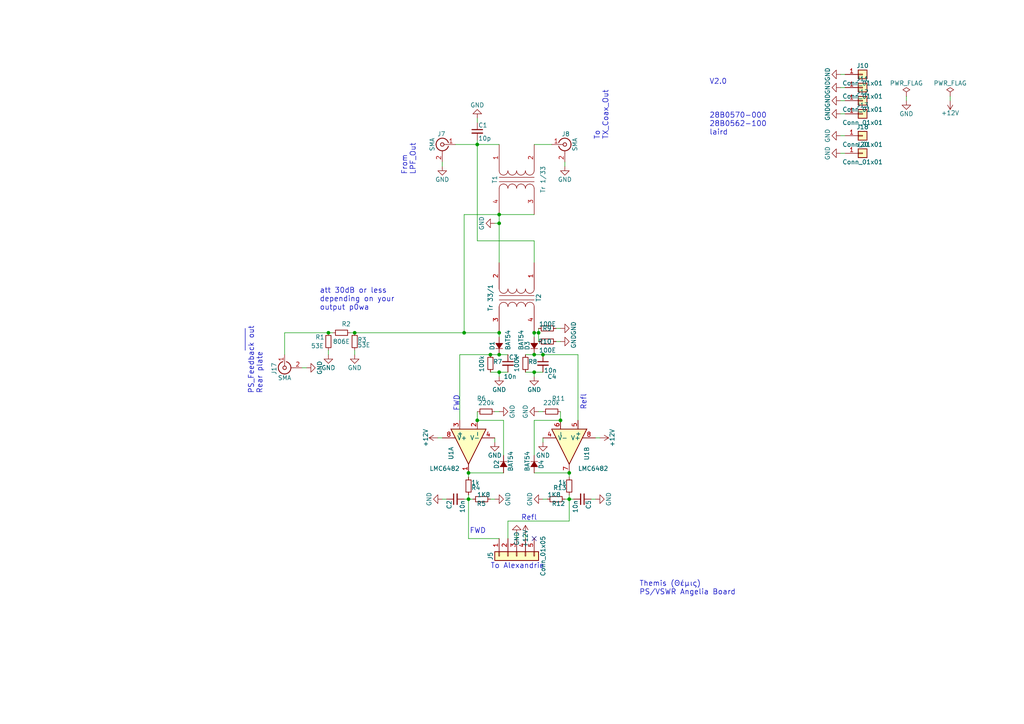
<source format=kicad_sch>
(kicad_sch (version 20230121) (generator eeschema)
  (paper "A4")
  (lib_symbols
    (symbol "Themis-rescue:+12V" (power) (pin_names (offset 0))
      (property "Value" "+12V" (at 0 3.556 0))
      (symbol "+12V_0_1"
        (polyline (pts (xy -0.762 1.27) (xy 0 2.54)))
        (polyline (pts (xy 0 0) (xy 0 2.54)))
        (polyline (pts (xy 0 2.54) (xy 0.762 1.27)))
      )
      (symbol "+12V_1_1"
        (pin power_in line (at 0 0 90) (length 0) hide (name "+12V") (number "1"))
      )
    )
    (symbol "Themis-rescue:C_Small" (pin_numbers hide) (pin_names (offset 0.254) hide)
      (property "Reference" "C" (at 0.254 1.778 0))
      (property "Value" "C_Small" (at 0.254 -2.032 0))
      (symbol "C_Small_0_1"
        (polyline (pts (xy -1.524 -0.508) (xy 1.524 -0.508)) (stroke (width 0.3302)))
        (polyline (pts (xy -1.524 0.508) (xy 1.524 0.508)) (stroke (width 0.3048)))
      )
      (symbol "C_Small_1_1"
        (pin passive line (at 0 2.54 270) (length 2.032) (name "~") (number "1"))
        (pin passive line (at 0 -2.54 90) (length 2.032) (name "~") (number "2"))
      )
    )
    (symbol "Themis-rescue:Conn_01x01" (pin_names (offset 1.016) hide)
      (property "Reference" "J" (at 0 2.54 0))
      (property "Value" "Conn_01x01" (at 0 -2.54 0))
      (symbol "Conn_01x01_1_1"
        (rectangle (start -1.27 0.127) (end 0 -0.127) (stroke (width 0.1524)))
        (rectangle (start -1.27 1.27) (end 1.27 -1.27) (stroke (width 0.254)) (fill (type background)))
        (pin passive line (at -5.08 0 0) (length 3.81) (name "Pin_1") (number "1"))
      )
    )
    (symbol "Themis-rescue:Conn_01x05" (pin_names (offset 1.016) hide)
      (property "Reference" "J" (at 0 7.62 0))
      (property "Value" "Conn_01x05" (at 0 -7.62 0))
      (symbol "Conn_01x05_1_1"
        (rectangle (start -1.27 -4.953) (end 0 -5.207) (stroke (width 0.1524)))
        (rectangle (start -1.27 -2.413) (end 0 -2.667) (stroke (width 0.1524)))
        (rectangle (start -1.27 0.127) (end 0 -0.127) (stroke (width 0.1524)))
        (rectangle (start -1.27 2.667) (end 0 2.413) (stroke (width 0.1524)))
        (rectangle (start -1.27 5.207) (end 0 4.953) (stroke (width 0.1524)))
        (rectangle (start -1.27 6.35) (end 1.27 -6.35) (stroke (width 0.254)) (fill (type background)))
        (pin passive line (at -5.08 5.08 0) (length 3.81) (name "Pin_1") (number "1"))
        (pin passive line (at -5.08 2.54 0) (length 3.81) (name "Pin_2") (number "2"))
        (pin passive line (at -5.08 0 0) (length 3.81) (name "Pin_3") (number "3"))
        (pin passive line (at -5.08 -2.54 0) (length 3.81) (name "Pin_4") (number "4"))
        (pin passive line (at -5.08 -5.08 0) (length 3.81) (name "Pin_5") (number "5"))
      )
    )
    (symbol "Themis-rescue:Conn_Coaxial" (pin_names (offset 1.016) hide)
      (property "Reference" "J" (at 0.254 3.048 0))
      (property "Value" "Conn_Coaxial" (at 2.921 0 90))
      (symbol "Conn_Coaxial_0_1"
        (arc (start -1.778 -0.508) (mid 0.2311 -1.8066) (end 1.778 0) (stroke (width 0.254)))
        (polyline (pts (xy -1.27 0) (xy -0.508 0)))
        (polyline (pts (xy 0 -2.54) (xy 0 -1.778)))
        (circle (center 0 0) (radius 0.508) (stroke (width 0.2032)))
        (arc (start 1.778 0) (mid 0.2099 1.8101) (end -1.778 0.508) (stroke (width 0.254)))
      )
      (symbol "Conn_Coaxial_1_1"
        (pin passive line (at -3.81 0 0) (length 2.54) (name "In") (number "1"))
        (pin passive line (at 0 -5.08 90) (length 2.54) (name "Ext") (number "2"))
      )
    )
    (symbol "Themis-rescue:D_Small_ALT" (pin_numbers hide) (pin_names (offset 0.254) hide)
      (property "Reference" "D" (at -1.27 2.032 0))
      (property "Value" "D_Small_ALT" (at -3.81 -2.032 0))
      (symbol "D_Small_ALT_0_1"
        (polyline (pts (xy -0.762 -1.016) (xy -0.762 1.016)))
        (polyline (pts (xy -0.762 0) (xy 0.762 0)))
        (polyline (pts (xy 0.762 -1.016) (xy -0.762 0) (xy 0.762 1.016) (xy 0.762 -1.016)) (fill (type outline)))
      )
      (symbol "D_Small_ALT_1_1"
        (pin passive line (at -2.54 0 0) (length 1.778) (name "K") (number "1"))
        (pin passive line (at 2.54 0 180) (length 1.778) (name "A") (number "2"))
      )
    )
    (symbol "Themis-rescue:GND" (power) (pin_numbers hide) (pin_names (offset 0) hide)
      (property "Value" "GND" (at 0 -3.81 0))
      (symbol "GND_0_1"
        (polyline (pts (xy 0 0) (xy 0 -1.27) (xy 1.27 -1.27) (xy 0 -2.54) (xy -1.27 -1.27) (xy 0 -1.27)))
      )
      (symbol "GND_1_1"
        (pin power_in line (at 0 0 270) (length 0) hide (name "GND") (number "1"))
      )
    )
    (symbol "Themis-rescue:LMC6482"
      (property "Reference" "U" (at 0 5.08 0))
      (property "Value" "LMC6482" (at 0 -5.08 0))
      (symbol "LMC6482_0_1"
        (polyline (pts (xy -5.08 5.08) (xy 5.08 0) (xy -5.08 -5.08) (xy -5.08 5.08)) (stroke (width 0.254)) (fill (type background)))
        (pin power_in line (at -2.54 -7.62 90) (length 3.81) (name "V-") (number "4"))
        (pin power_in line (at -2.54 7.62 270) (length 3.81) (name "V+") (number "8"))
      )
      (symbol "LMC6482_1_1"
        (pin output line (at 7.62 0 180) (length 2.54) (name "~") (number "1"))
        (pin input line (at -7.62 -2.54 0) (length 2.54) (name "-") (number "2"))
        (pin input line (at -7.62 2.54 0) (length 2.54) (name "+") (number "3"))
      )
      (symbol "LMC6482_2_1"
        (pin input line (at -7.62 2.54 0) (length 2.54) (name "+") (number "5"))
        (pin input line (at -7.62 -2.54 0) (length 2.54) (name "-") (number "6"))
        (pin output line (at 7.62 0 180) (length 2.54) (name "~") (number "7"))
      )
    )
    (symbol "Themis-rescue:PWR_FLAG" (power) (pin_numbers hide) (pin_names (offset 0) hide)
      (property "Value" "PWR_FLAG" (at 0 3.81 0))
      (symbol "PWR_FLAG_0_0"
        (pin power_out line (at 0 0 90) (length 0) (name "pwr") (number "1"))
      )
      (symbol "PWR_FLAG_0_1"
        (polyline (pts (xy 0 0) (xy 0 1.27) (xy -1.016 1.905) (xy 0 2.54) (xy 1.016 1.905) (xy 0 1.27)))
      )
    )
    (symbol "Themis-rescue:R_Small" (pin_numbers hide) (pin_names (offset 0.254) hide)
      (property "Reference" "R" (at 0.762 0.508 0))
      (property "Value" "R_Small" (at 0.762 -1.016 0))
      (symbol "R_Small_0_1"
        (rectangle (start -0.762 1.778) (end 0.762 -1.778) (stroke (width 0.2032)))
      )
      (symbol "R_Small_1_1"
        (pin passive line (at 0 2.54 270) (length 0.762) (name "~") (number "1"))
        (pin passive line (at 0 -2.54 90) (length 0.762) (name "~") (number "2"))
      )
    )
    (symbol "Themis-rescue:Transformer_1P_1S" (pin_names (offset 1.016) hide)
      (property "Reference" "T" (at 0 6.35 0))
      (property "Value" "Transformer_1P_1S" (at 0 -7.62 0))
      (symbol "Transformer_1P_1S_0_1"
        (arc (start -2.54 -5.0546) (mid -1.6599 -4.6901) (end -1.27 -3.81))
        (arc (start -2.54 -2.5146) (mid -1.6599 -2.1501) (end -1.27 -1.27))
        (arc (start -2.54 0.0254) (mid -1.6599 0.3899) (end -1.27 1.27))
        (arc (start -2.54 2.5654) (mid -1.6599 2.9299) (end -1.27 3.81))
        (arc (start -1.27 -3.81) (mid -1.642 -2.912) (end -2.54 -2.54))
        (arc (start -1.27 -1.27) (mid -1.642 -0.372) (end -2.54 0))
        (arc (start -1.27 1.27) (mid -1.642 2.168) (end -2.54 2.54))
        (arc (start -1.27 3.81) (mid -1.642 4.708) (end -2.54 5.08))
        (polyline (pts (xy -0.635 5.08) (xy -0.635 -5.08)))
        (polyline (pts (xy 0.635 -5.08) (xy 0.635 5.08)))
        (arc (start 1.2954 -1.27) (mid 1.6599 -2.1501) (end 2.54 -2.5146))
        (arc (start 1.2954 1.27) (mid 1.6599 0.3899) (end 2.54 0.0254))
        (arc (start 1.2954 3.81) (mid 1.6599 2.9299) (end 2.54 2.5654))
        (arc (start 1.3208 -3.81) (mid 1.6853 -4.6901) (end 2.5654 -5.0546))
        (arc (start 2.54 0) (mid 1.642 -0.372) (end 1.2954 -1.27))
        (arc (start 2.54 2.54) (mid 1.642 2.168) (end 1.2954 1.27))
        (arc (start 2.54 5.08) (mid 1.642 4.708) (end 1.2954 3.81))
        (arc (start 2.5654 -2.54) (mid 1.6674 -2.912) (end 1.3208 -3.81))
      )
      (symbol "Transformer_1P_1S_1_1"
        (pin passive line (at -10.16 5.08 0) (length 7.62) (name "AA") (number "1"))
        (pin passive line (at -10.16 -5.08 0) (length 7.62) (name "AB") (number "2"))
        (pin passive line (at 10.16 -5.08 180) (length 7.62) (name "SA") (number "3"))
        (pin passive line (at 10.16 5.08 180) (length 7.62) (name "SB") (number "4"))
      )
    )
  )
  (junction (at 165.1 144.78))
  (junction (at 165.1 137.16))
  (junction (at 144.78 102.87))
  (junction (at 154.94 102.87))
  (junction (at 138.43 41.91))
  (junction (at 154.94 96.52))
  (junction (at 157.48 102.87))
  (junction (at 102.87 96.52))
  (junction (at 144.78 64.77))
  (junction (at 156.21 96.52))
  (junction (at 135.89 144.78))
  (junction (at 134.62 96.52))
  (junction (at 144.78 107.95))
  (junction (at 162.56 121.92))
  (junction (at 144.78 62.23))
  (junction (at 144.78 96.52))
  (junction (at 138.43 121.92))
  (junction (at 135.89 137.16))
  (junction (at 154.94 107.95))
  (junction (at 95.25 96.52))
  (junction (at 142.24 102.87))
  (no_connect (at 154.94 156.21))
  (wire (pts (xy 142.24 102.87) (xy 144.78 102.87)))
  (wire (pts (xy 275.59 27.94) (xy 275.59 29.21)))
  (wire (pts (xy 144.78 62.23) (xy 154.94 62.23)))
  (wire (pts (xy 102.87 101.6) (xy 102.87 102.87)))
  (wire (pts (xy 144.78 109.22) (xy 144.78 107.95)))
  (wire (pts (xy 157.48 102.87) (xy 167.64 102.87)))
  (wire (pts (xy 162.56 121.92) (xy 162.56 119.38)))
  (wire (pts (xy 167.64 102.87) (xy 167.64 121.92)))
  (wire (pts (xy 157.48 127) (xy 157.48 128.27)))
  (wire (pts (xy 154.94 41.91) (xy 160.02 41.91)))
  (wire (pts (xy 143.51 119.38) (xy 144.78 119.38)))
  (wire (pts (xy 102.87 96.52) (xy 134.62 96.52)))
  (wire (pts (xy 161.29 99.06) (xy 162.56 99.06)))
  (wire (pts (xy 154.94 97.79) (xy 154.94 96.52)))
  (wire (pts (xy 161.29 95.25) (xy 162.56 95.25)))
  (wire (pts (xy 165.1 144.78) (xy 166.37 144.78)))
  (polyline (pts (xy 71.12 101.6) (xy 71.12 95.25)))
  (wire (pts (xy 245.11 25.4) (xy 243.84 25.4)))
  (wire (pts (xy 156.21 95.25) (xy 156.21 96.52)))
  (wire (pts (xy 149.86 154.94) (xy 149.86 156.21)))
  (wire (pts (xy 138.43 41.91) (xy 144.78 41.91)))
  (wire (pts (xy 165.1 143.51) (xy 165.1 144.78)))
  (wire (pts (xy 158.75 144.78) (xy 157.48 144.78)))
  (wire (pts (xy 142.24 107.95) (xy 144.78 107.95)))
  (wire (pts (xy 245.11 39.37) (xy 243.84 39.37)))
  (wire (pts (xy 143.51 127) (xy 143.51 128.27)))
  (wire (pts (xy 138.43 41.91) (xy 138.43 69.85)))
  (wire (pts (xy 154.94 102.87) (xy 157.48 102.87)))
  (wire (pts (xy 152.4 154.94) (xy 152.4 156.21)))
  (wire (pts (xy 163.83 144.78) (xy 165.1 144.78)))
  (wire (pts (xy 138.43 69.85) (xy 154.94 69.85)))
  (wire (pts (xy 135.89 144.78) (xy 137.16 144.78)))
  (wire (pts (xy 82.55 96.52) (xy 82.55 102.87)))
  (wire (pts (xy 165.1 137.16) (xy 165.1 138.43)))
  (wire (pts (xy 154.94 132.08) (xy 154.94 121.92)))
  (wire (pts (xy 135.89 137.16) (xy 135.89 138.43)))
  (wire (pts (xy 95.25 101.6) (xy 95.25 102.87)))
  (wire (pts (xy 135.89 144.78) (xy 135.89 156.21)))
  (wire (pts (xy 262.89 27.94) (xy 262.89 29.21)))
  (wire (pts (xy 152.4 107.95) (xy 154.94 107.95)))
  (wire (pts (xy 154.94 96.52) (xy 156.21 96.52)))
  (wire (pts (xy 245.11 21.59) (xy 243.84 21.59)))
  (wire (pts (xy 245.11 29.21) (xy 243.84 29.21)))
  (wire (pts (xy 133.35 102.87) (xy 142.24 102.87)))
  (wire (pts (xy 152.4 102.87) (xy 154.94 102.87)))
  (wire (pts (xy 142.24 144.78) (xy 143.51 144.78)))
  (wire (pts (xy 163.83 46.99) (xy 163.83 48.26)))
  (wire (pts (xy 134.62 96.52) (xy 144.78 96.52)))
  (wire (pts (xy 156.21 96.52) (xy 156.21 99.06)))
  (wire (pts (xy 154.94 109.22) (xy 154.94 107.95)))
  (wire (pts (xy 154.94 107.95) (xy 157.48 107.95)))
  (wire (pts (xy 129.54 144.78) (xy 128.27 144.78)))
  (wire (pts (xy 144.78 107.95) (xy 147.32 107.95)))
  (wire (pts (xy 165.1 137.16) (xy 154.94 137.16)))
  (wire (pts (xy 134.62 62.23) (xy 134.62 96.52)))
  (wire (pts (xy 144.78 96.52) (xy 144.78 97.79)))
  (wire (pts (xy 101.6 96.52) (xy 102.87 96.52)))
  (wire (pts (xy 135.89 156.21) (xy 144.78 156.21)))
  (wire (pts (xy 154.94 121.92) (xy 162.56 121.92)))
  (wire (pts (xy 146.05 132.08) (xy 146.05 121.92)))
  (wire (pts (xy 147.32 156.21) (xy 147.32 151.13)))
  (wire (pts (xy 135.89 137.16) (xy 146.05 137.16)))
  (wire (pts (xy 144.78 102.87) (xy 147.32 102.87)))
  (wire (pts (xy 132.08 41.91) (xy 138.43 41.91)))
  (wire (pts (xy 144.78 62.23) (xy 144.78 64.77)))
  (wire (pts (xy 147.32 151.13) (xy 165.1 151.13)))
  (wire (pts (xy 157.48 119.38) (xy 156.21 119.38)))
  (wire (pts (xy 138.43 34.29) (xy 138.43 35.56)))
  (wire (pts (xy 165.1 144.78) (xy 165.1 151.13)))
  (wire (pts (xy 144.78 64.77) (xy 143.51 64.77)))
  (wire (pts (xy 138.43 40.64) (xy 138.43 41.91)))
  (wire (pts (xy 87.63 106.68) (xy 88.9 106.68)))
  (wire (pts (xy 154.94 69.85) (xy 154.94 76.2)))
  (wire (pts (xy 95.25 96.52) (xy 96.52 96.52)))
  (wire (pts (xy 171.45 144.78) (xy 172.72 144.78)))
  (wire (pts (xy 135.89 143.51) (xy 135.89 144.78)))
  (wire (pts (xy 133.35 102.87) (xy 133.35 121.92)))
  (wire (pts (xy 144.78 64.77) (xy 144.78 76.2)))
  (wire (pts (xy 127 127) (xy 128.27 127)))
  (wire (pts (xy 82.55 96.52) (xy 95.25 96.52)))
  (wire (pts (xy 146.05 121.92) (xy 138.43 121.92)))
  (wire (pts (xy 134.62 144.78) (xy 135.89 144.78)))
  (wire (pts (xy 138.43 121.92) (xy 138.43 119.38)))
  (wire (pts (xy 245.11 33.02) (xy 243.84 33.02)))
  (wire (pts (xy 128.27 46.99) (xy 128.27 48.26)))
  (wire (pts (xy 173.99 127) (xy 172.72 127)))
  (wire (pts (xy 245.11 44.45) (xy 243.84 44.45)))
  (wire (pts (xy 134.62 62.23) (xy 144.78 62.23)))
  (text "Refl\n" (at 151.13 151.13 0) (effects (font (size 1.524 1.524)) (justify left bottom)))
  (text "PS_Feedback out\nRear plate" (at 76.2 114.3 90) (effects (font (size 1.524 1.524)) (justify left bottom)))
  (text "From \nLPF_Out" (at 120.65 50.8 90) (effects (font (size 1.524 1.524)) (justify left bottom)))
  (text "Refl\n" (at 170.18 114.3 90) (effects (font (size 1.524 1.524)) (justify right bottom)))
  (text "FWD\n" (at 133.35 119.38 90) (effects (font (size 1.524 1.524)) (justify left bottom)))
  (text "To \nTX_Coax_Out" (at 176.53 40.64 90) (effects (font (size 1.524 1.524)) (justify left bottom)))
  (text "FWD\n" (at 140.97 154.94 0) (effects (font (size 1.524 1.524)) (justify right bottom)))
  (text "To Alexandrie " (at 142.24 165.1 0) (effects (font (size 1.524 1.524)) (justify left bottom)))
  (text "Themis (Θέμις)\nPS/VSWR Angelia Board" (at 185.42 172.72 0) (effects (font (size 1.524 1.524)) (justify left bottom)))
  (text "att 30dB or less\ndepending on your \noutput p0wa\n" (at 92.71 90.17 0) (effects (font (size 1.524 1.524)) (justify left bottom)))
  (text "V2.0\n\n\n\n28B0570-000\n28B0562-100\nlaird" (at 205.74 39.37 0) (effects (font (size 1.524 1.524)) (justify left bottom)))
  (symbol (lib_id "Themis-rescue:Transformer_1P_1S") (at 149.86 52.07 90) (mirror x) (unit 1)
    (property "Reference" "T1" (at 143.51 52.07 0))
    (property "Value" "Tr 1/33" (at 157.48 52.07 0))
    (property "Footprint" "T50:TR_T50_V_smd" (effects hide))
  )
  (symbol (lib_id "Themis-rescue:Transformer_1P_1S") (at 149.86 86.36 270) (unit 1)
    (property "Reference" "T2" (at 156.21 86.36 0))
    (property "Value" "Tr 33/1" (at 142.24 86.36 0))
    (property "Footprint" "T50:TR_T50_H_SMD" (effects hide))
  )
  (symbol (lib_id "Themis-rescue:GND") (at 143.51 64.77 270) (unit 1)
    (property "Reference" "#PWR01" (effects hide))
    (property "Value" "GND" (at 139.7 64.77 0))
  )
  (symbol (lib_id "Themis-rescue:GND") (at 262.89 29.21 0) (unit 1)
    (property "Reference" "#PWR02" (effects hide))
    (property "Value" "GND" (at 262.89 33.02 0))
  )
  (symbol (lib_id "Themis-rescue:PWR_FLAG") (at 275.59 27.94 0) (unit 1)
    (property "Reference" "#FLG03" (effects hide))
    (property "Value" "PWR_FLAG" (at 275.59 24.13 0))
  )
  (symbol (lib_id "Themis-rescue:+12V") (at 275.59 29.21 180) (unit 1)
    (property "Reference" "#PWR04" (effects hide))
    (property "Value" "+12V" (at 275.59 32.766 0))
  )
  (symbol (lib_id "Themis-rescue:R_Small") (at 95.25 99.06 0) (unit 1)
    (property "Reference" "R1" (at 91.44 97.79 0) (effects (justify left)))
    (property "Value" "53E" (at 90.17 100.33 0) (effects (justify left)))
    (property "Footprint" "Resistors_SMD:R_0805_HandSoldering" (effects hide))
  )
  (symbol (lib_id "Themis-rescue:R_Small") (at 102.87 99.06 0) (unit 1)
    (property "Reference" "R3" (at 103.632 98.552 0) (effects (justify left)))
    (property "Value" "53E" (at 103.632 100.076 0) (effects (justify left)))
    (property "Footprint" "Resistors_SMD:R_0805_HandSoldering" (effects hide))
  )
  (symbol (lib_id "Themis-rescue:R_Small") (at 99.06 96.52 270) (unit 1)
    (property "Reference" "R2" (at 99.06 93.98 90) (effects (justify left)))
    (property "Value" "806E" (at 96.52 99.06 90) (effects (justify left)))
    (property "Footprint" "Resistors_SMD:R_0805_HandSoldering" (effects hide))
  )
  (symbol (lib_id "Themis-rescue:GND") (at 143.51 128.27 0) (mirror y) (unit 1)
    (property "Reference" "#PWR05" (effects hide))
    (property "Value" "GND" (at 143.51 132.08 0))
  )
  (symbol (lib_id "Themis-rescue:GND") (at 102.87 102.87 0) (unit 1)
    (property "Reference" "#PWR06" (effects hide))
    (property "Value" "GND" (at 102.87 106.68 0))
  )
  (symbol (lib_id "Themis-rescue:GND") (at 95.25 102.87 0) (unit 1)
    (property "Reference" "#PWR07" (effects hide))
    (property "Value" "GND" (at 95.25 106.68 0))
  )
  (symbol (lib_id "Themis-rescue:R_Small") (at 158.75 99.06 90) (unit 1)
    (property "Reference" "R10" (at 160.02 99.06 90) (effects (justify left)))
    (property "Value" "100E" (at 161.29 101.6 90) (effects (justify left)))
    (property "Footprint" "Resistors_SMD:R_0805_HandSoldering" (effects hide))
  )
  (symbol (lib_id "Themis-rescue:R_Small") (at 158.75 95.25 90) (unit 1)
    (property "Reference" "R9" (at 160.02 95.25 90) (effects (justify left)))
    (property "Value" "100E" (at 161.29 93.98 90) (effects (justify left)))
    (property "Footprint" "Resistors_SMD:R_0805_HandSoldering" (effects hide))
  )
  (symbol (lib_id "Themis-rescue:GND") (at 162.56 95.25 90) (unit 1)
    (property "Reference" "#PWR08" (effects hide))
    (property "Value" "GND" (at 166.37 95.25 0))
  )
  (symbol (lib_id "Themis-rescue:GND") (at 162.56 99.06 90) (unit 1)
    (property "Reference" "#PWR09" (effects hide))
    (property "Value" "GND" (at 166.37 99.06 0))
  )
  (symbol (lib_id "Themis-rescue:D_Small_ALT") (at 144.78 100.33 90) (unit 1)
    (property "Reference" "D1" (at 142.748 101.6 0) (effects (justify left)))
    (property "Value" "BAT54" (at 147.32 101.6 0) (effects (justify left)))
    (property "Footprint" "Diodes_SMD:D_SOT-23_ANK" (effects hide))
  )
  (symbol (lib_id "Themis-rescue:D_Small_ALT") (at 154.94 100.33 90) (unit 1)
    (property "Reference" "D3" (at 152.908 101.6 0) (effects (justify left)))
    (property "Value" "BAT54" (at 151.13 101.6 0) (effects (justify left)))
    (property "Footprint" "Diodes_SMD:D_SOT-23_ANK" (effects hide))
  )
  (symbol (lib_id "Themis-rescue:GND") (at 144.78 109.22 0) (unit 1)
    (property "Reference" "#PWR010" (effects hide))
    (property "Value" "GND" (at 144.78 113.03 0))
  )
  (symbol (lib_id "Themis-rescue:R_Small") (at 142.24 105.41 0) (unit 1)
    (property "Reference" "R7" (at 143.002 104.902 0) (effects (justify left)))
    (property "Value" "100k" (at 139.7 107.95 90) (effects (justify left)))
    (property "Footprint" "Resistors_SMD:R_0805_HandSoldering" (effects hide))
  )
  (symbol (lib_id "Themis-rescue:C_Small") (at 147.32 105.41 0) (unit 1)
    (property "Reference" "C3" (at 147.574 103.632 0) (effects (justify left)))
    (property "Value" "10n" (at 146.05 109.22 0) (effects (justify left)))
    (property "Footprint" "Capacitors_SMD:C_0805_HandSoldering" (effects hide))
  )
  (symbol (lib_id "Themis-rescue:GND") (at 154.94 109.22 0) (unit 1)
    (property "Reference" "#PWR011" (effects hide))
    (property "Value" "GND" (at 154.94 113.03 0))
  )
  (symbol (lib_id "Themis-rescue:R_Small") (at 152.4 105.41 0) (unit 1)
    (property "Reference" "R8" (at 153.162 104.902 0) (effects (justify left)))
    (property "Value" "100k" (at 149.86 107.95 90) (effects (justify left)))
    (property "Footprint" "Resistors_SMD:R_0805_HandSoldering" (effects hide))
  )
  (symbol (lib_id "Themis-rescue:C_Small") (at 157.48 105.41 0) (unit 1)
    (property "Reference" "C4" (at 158.75 109.22 0) (effects (justify left)))
    (property "Value" "10n" (at 157.734 107.442 0) (effects (justify left)))
    (property "Footprint" "Capacitors_SMD:C_0805_HandSoldering" (effects hide))
  )
  (symbol (lib_id "Themis-rescue:LMC6482") (at 165.1 129.54 270) (unit 2)
    (property "Reference" "U1" (at 170.18 129.54 0) (effects (justify left)))
    (property "Value" "LMC6482" (at 167.64 135.89 90) (effects (justify left)))
    (property "Footprint" "Package_SO:SOIC-8_3.9x4.9mm_P1.27mm" (effects hide))
  )
  (symbol (lib_id "Themis-rescue:D_Small_ALT") (at 154.94 134.62 270) (unit 1)
    (property "Reference" "D4" (at 156.972 133.35 0) (effects (justify left)))
    (property "Value" "BAT54" (at 152.908 130.81 0) (effects (justify left)))
    (property "Footprint" "Diodes_SMD:D_SOT-23_ANK" (effects hide))
  )
  (symbol (lib_id "Themis-rescue:R_Small") (at 160.02 119.38 270) (unit 1)
    (property "Reference" "R11" (at 160.02 115.57 90) (effects (justify left)))
    (property "Value" "220k" (at 157.48 116.84 90) (effects (justify left)))
    (property "Footprint" "Resistors_SMD:R_0805_HandSoldering" (effects hide))
  )
  (symbol (lib_id "Themis-rescue:GND") (at 156.21 119.38 270) (unit 1)
    (property "Reference" "#PWR012" (effects hide))
    (property "Value" "GND" (at 152.4 119.38 0))
  )
  (symbol (lib_id "Themis-rescue:R_Small") (at 161.29 144.78 270) (unit 1)
    (property "Reference" "R12" (at 160.02 146.05 90) (effects (justify left)))
    (property "Value" "1K8" (at 158.75 143.51 90) (effects (justify left)))
    (property "Footprint" "Resistors_SMD:R_0805_HandSoldering" (effects hide))
  )
  (symbol (lib_id "Themis-rescue:GND") (at 157.48 144.78 270) (unit 1)
    (property "Reference" "#PWR013" (effects hide))
    (property "Value" "GND" (at 153.67 144.78 0))
  )
  (symbol (lib_id "Themis-rescue:R_Small") (at 165.1 140.97 180) (unit 1)
    (property "Reference" "R13" (at 164.338 141.478 0) (effects (justify left)))
    (property "Value" "1k" (at 164.338 139.954 0) (effects (justify left)))
    (property "Footprint" "Resistors_SMD:R_0805_HandSoldering" (effects hide))
  )
  (symbol (lib_id "Themis-rescue:C_Small") (at 168.91 144.78 270) (unit 1)
    (property "Reference" "C5" (at 170.688 145.034 0) (effects (justify left)))
    (property "Value" "10n" (at 166.878 145.034 0) (effects (justify left)))
    (property "Footprint" "Capacitors_SMD:C_0805_HandSoldering" (effects hide))
  )
  (symbol (lib_id "Themis-rescue:LMC6482") (at 135.89 129.54 90) (mirror x) (unit 1)
    (property "Reference" "U1" (at 130.81 129.54 0) (effects (justify left)))
    (property "Value" "LMC6482" (at 133.35 135.89 90) (effects (justify left)))
    (property "Footprint" "Package_SO:SOIC-8_3.9x4.9mm_P1.27mm" (effects hide))
  )
  (symbol (lib_id "Themis-rescue:D_Small_ALT") (at 146.05 134.62 90) (mirror x) (unit 1)
    (property "Reference" "D2" (at 144.018 133.35 0) (effects (justify left)))
    (property "Value" "BAT54" (at 148.082 130.81 0) (effects (justify left)))
    (property "Footprint" "Diodes_SMD:D_SOT-23_ANK" (effects hide))
  )
  (symbol (lib_id "Themis-rescue:R_Small") (at 140.97 119.38 90) (mirror x) (unit 1)
    (property "Reference" "R6" (at 140.97 115.57 90) (effects (justify left)))
    (property "Value" "220k" (at 143.51 116.84 90) (effects (justify left)))
    (property "Footprint" "Resistors_SMD:R_0805_HandSoldering" (effects hide))
  )
  (symbol (lib_id "Themis-rescue:GND") (at 144.78 119.38 90) (mirror x) (unit 1)
    (property "Reference" "#PWR014" (effects hide))
    (property "Value" "GND" (at 148.59 119.38 0))
  )
  (symbol (lib_id "Themis-rescue:R_Small") (at 139.7 144.78 90) (mirror x) (unit 1)
    (property "Reference" "R5" (at 140.97 146.05 90) (effects (justify left)))
    (property "Value" "1K8" (at 142.24 143.51 90) (effects (justify left)))
    (property "Footprint" "Resistors_SMD:R_0805_HandSoldering" (effects hide))
  )
  (symbol (lib_id "Themis-rescue:GND") (at 143.51 144.78 90) (mirror x) (unit 1)
    (property "Reference" "#PWR015" (effects hide))
    (property "Value" "GND" (at 147.32 144.78 0))
  )
  (symbol (lib_id "Themis-rescue:R_Small") (at 135.89 140.97 0) (mirror x) (unit 1)
    (property "Reference" "R4" (at 136.652 141.478 0) (effects (justify left)))
    (property "Value" "1k" (at 136.652 139.954 0) (effects (justify left)))
    (property "Footprint" "Resistors_SMD:R_0805_HandSoldering" (effects hide))
  )
  (symbol (lib_id "Themis-rescue:C_Small") (at 132.08 144.78 90) (mirror x) (unit 1)
    (property "Reference" "C2" (at 130.302 145.034 0) (effects (justify left)))
    (property "Value" "10n" (at 134.112 145.034 0) (effects (justify left)))
    (property "Footprint" "Capacitors_SMD:C_0805_HandSoldering" (effects hide))
  )
  (symbol (lib_id "Themis-rescue:GND") (at 157.48 128.27 0) (mirror y) (unit 1)
    (property "Reference" "#PWR016" (effects hide))
    (property "Value" "GND" (at 157.48 132.08 0))
  )
  (symbol (lib_id "Themis-rescue:+12V") (at 173.99 127 270) (unit 1)
    (property "Reference" "#PWR017" (effects hide))
    (property "Value" "+12V" (at 177.546 127 0))
  )
  (symbol (lib_id "Themis-rescue:+12V") (at 127 127 90) (unit 1)
    (property "Reference" "#PWR018" (effects hide))
    (property "Value" "+12V" (at 123.444 127 0))
  )
  (symbol (lib_id "Themis-rescue:Conn_01x05") (at 149.86 161.29 90) (mirror x) (unit 1)
    (property "Reference" "J5" (at 142.24 161.29 0))
    (property "Value" "Conn_01x05" (at 157.48 161.29 0))
    (property "Footprint" "Connectors_Molex:Molex_KK-6410-05_05x2.54mm_Straight" (effects hide))
  )
  (symbol (lib_id "Themis-rescue:+12V") (at 152.4 154.94 0) (unit 1)
    (property "Reference" "#PWR019" (effects hide))
    (property "Value" "+12V" (at 152.4 156.21 90))
  )
  (symbol (lib_id "Themis-rescue:GND") (at 149.86 154.94 180) (unit 1)
    (property "Reference" "#PWR020" (effects hide))
    (property "Value" "GND" (at 149.86 156.21 90))
  )
  (symbol (lib_id "Themis-rescue:GND") (at 163.83 48.26 0) (mirror y) (unit 1)
    (property "Reference" "#PWR021" (effects hide))
    (property "Value" "GND" (at 163.83 52.07 0))
  )
  (symbol (lib_id "Themis-rescue:C_Small") (at 138.43 38.1 0) (unit 1)
    (property "Reference" "C1" (at 138.684 36.322 0) (effects (justify left)))
    (property "Value" "10p" (at 138.684 40.132 0) (effects (justify left)))
    (property "Footprint" "ATC_B:ATC_500_HandSoldering" (effects hide))
  )
  (symbol (lib_id "Themis-rescue:GND") (at 138.43 34.29 0) (mirror x) (unit 1)
    (property "Reference" "#PWR022" (effects hide))
    (property "Value" "GND" (at 138.43 30.48 0))
  )
  (symbol (lib_id "Themis-rescue:GND") (at 172.72 144.78 90) (unit 1)
    (property "Reference" "#PWR023" (effects hide))
    (property "Value" "GND" (at 176.53 144.78 0))
  )
  (symbol (lib_id "Themis-rescue:GND") (at 128.27 144.78 270) (unit 1)
    (property "Reference" "#PWR024" (effects hide))
    (property "Value" "GND" (at 124.46 144.78 0))
  )
  (symbol (lib_id "Themis-rescue:PWR_FLAG") (at 262.89 27.94 0) (unit 1)
    (property "Reference" "#FLG025" (effects hide))
    (property "Value" "PWR_FLAG" (at 262.89 24.13 0))
  )
  (symbol (lib_id "Themis-rescue:Conn_Coaxial") (at 163.83 41.91 0) (unit 1)
    (property "Reference" "J8" (at 164.084 38.862 0))
    (property "Value" "SMA" (at 166.751 41.91 90))
    (property "Footprint" "SMA_PINS:SMA_PINS" (effects hide))
  )
  (symbol (lib_id "Themis-rescue:GND") (at 128.27 48.26 0) (unit 1)
    (property "Reference" "#PWR026" (effects hide))
    (property "Value" "GND" (at 128.27 52.07 0))
  )
  (symbol (lib_id "Themis-rescue:Conn_Coaxial") (at 128.27 41.91 0) (mirror y) (unit 1)
    (property "Reference" "J7" (at 128.016 38.862 0))
    (property "Value" "SMA" (at 125.349 41.91 90))
    (property "Footprint" "SMA_PINS:SMA_PINS" (effects hide))
  )
  (symbol (lib_id "Themis-rescue:Conn_01x01") (at 250.19 33.02 0) (unit 1)
    (property "Reference" "J13" (at 250.19 30.48 0))
    (property "Value" "Conn_01x01" (at 250.19 35.56 0))
    (property "Footprint" "MountingHole:MountingHole_3.2mm_M3_DIN965_Pad" (effects hide))
  )
  (symbol (lib_id "Themis-rescue:GND") (at 243.84 33.02 270) (mirror x) (unit 1)
    (property "Reference" "#PWR027" (effects hide))
    (property "Value" "GND" (at 240.03 33.02 0))
  )
  (symbol (lib_id "Themis-rescue:Conn_01x01") (at 250.19 29.21 0) (unit 1)
    (property "Reference" "J12" (at 250.19 26.67 0))
    (property "Value" "Conn_01x01" (at 250.19 31.75 0))
    (property "Footprint" "MountingHole:MountingHole_3.2mm_M3_DIN965_Pad" (effects hide))
  )
  (symbol (lib_id "Themis-rescue:GND") (at 243.84 29.21 270) (mirror x) (unit 1)
    (property "Reference" "#PWR028" (effects hide))
    (property "Value" "GND" (at 240.03 29.21 0))
  )
  (symbol (lib_id "Themis-rescue:Conn_01x01") (at 250.19 25.4 0) (unit 1)
    (property "Reference" "J11" (at 250.19 22.86 0))
    (property "Value" "Conn_01x01" (at 250.19 27.94 0))
    (property "Footprint" "MountingHole:MountingHole_3.2mm_M3_DIN965_Pad" (effects hide))
  )
  (symbol (lib_id "Themis-rescue:GND") (at 243.84 25.4 270) (mirror x) (unit 1)
    (property "Reference" "#PWR029" (effects hide))
    (property "Value" "GND" (at 240.03 25.4 0))
  )
  (symbol (lib_id "Themis-rescue:Conn_01x01") (at 250.19 21.59 0) (unit 1)
    (property "Reference" "J10" (at 250.19 19.05 0))
    (property "Value" "Conn_01x01" (at 250.19 24.13 0))
    (property "Footprint" "MountingHole:MountingHole_3.2mm_M3_DIN965_Pad" (effects hide))
  )
  (symbol (lib_id "Themis-rescue:GND") (at 243.84 21.59 270) (mirror x) (unit 1)
    (property "Reference" "#PWR030" (effects hide))
    (property "Value" "GND" (at 240.03 21.59 0))
  )
  (symbol (lib_id "Themis-rescue:GND") (at 88.9 106.68 90) (unit 1)
    (property "Reference" "#PWR031" (effects hide))
    (property "Value" "GND" (at 92.71 106.68 0))
  )
  (symbol (lib_id "Themis-rescue:Conn_Coaxial") (at 82.55 106.68 90) (mirror x) (unit 1)
    (property "Reference" "J17" (at 79.502 106.934 0))
    (property "Value" "SMA" (at 82.55 109.601 90))
    (property "Footprint" "SMA_PINS:SMA_PINS" (effects hide))
  )
  (symbol (lib_id "Themis-rescue:Conn_01x01") (at 250.19 44.45 0) (unit 1)
    (property "Reference" "J20" (at 250.19 41.91 0))
    (property "Value" "Conn_01x01" (at 250.19 46.99 0))
    (property "Footprint" "MountingHole:MountingHole_3.2mm_M3_DIN965_Pad" (effects hide))
  )
  (symbol (lib_id "Themis-rescue:GND") (at 243.84 44.45 270) (mirror x) (unit 1)
    (property "Reference" "#PWR032" (effects hide))
    (property "Value" "GND" (at 240.03 44.45 0))
  )
  (symbol (lib_id "Themis-rescue:Conn_01x01") (at 250.19 39.37 0) (unit 1)
    (property "Reference" "J18" (at 250.19 36.83 0))
    (property "Value" "Conn_01x01" (at 250.19 41.91 0))
    (property "Footprint" "MountingHole:MountingHole_3.2mm_M3_DIN965_Pad" (effects hide))
  )
  (symbol (lib_id "Themis-rescue:GND") (at 243.84 39.37 270) (mirror x) (unit 1)
    (property "Reference" "#PWR033" (effects hide))
    (property "Value" "GND" (at 240.03 39.37 0))
  )
)
</source>
